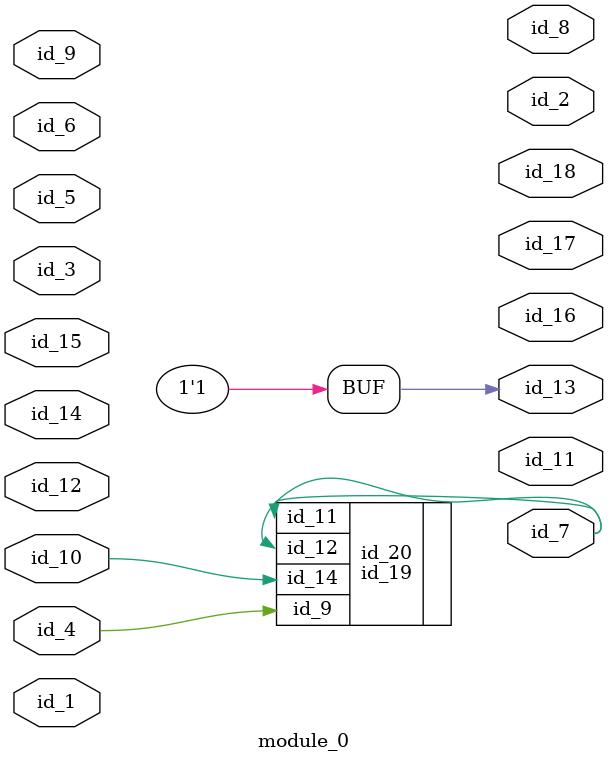
<source format=v>
module module_0 (
    id_1,
    id_2,
    id_3,
    id_4,
    id_5,
    id_6,
    id_7,
    id_8,
    id_9,
    id_10,
    id_11,
    id_12,
    id_13,
    id_14,
    id_15,
    id_16,
    id_17,
    id_18
);
  output id_18;
  output id_17;
  output id_16;
  input id_15;
  input id_14;
  output id_13;
  input id_12;
  output id_11;
  input id_10;
  input id_9;
  output id_8;
  output id_7;
  input id_6;
  input id_5;
  input id_4;
  input id_3;
  output id_2;
  input id_1;
  id_19 id_20 (
      .id_14(id_10),
      .id_9 (id_4),
      .id_11(id_7),
      .id_12(id_7)
  );
  assign id_13 = 1;
endmodule

</source>
